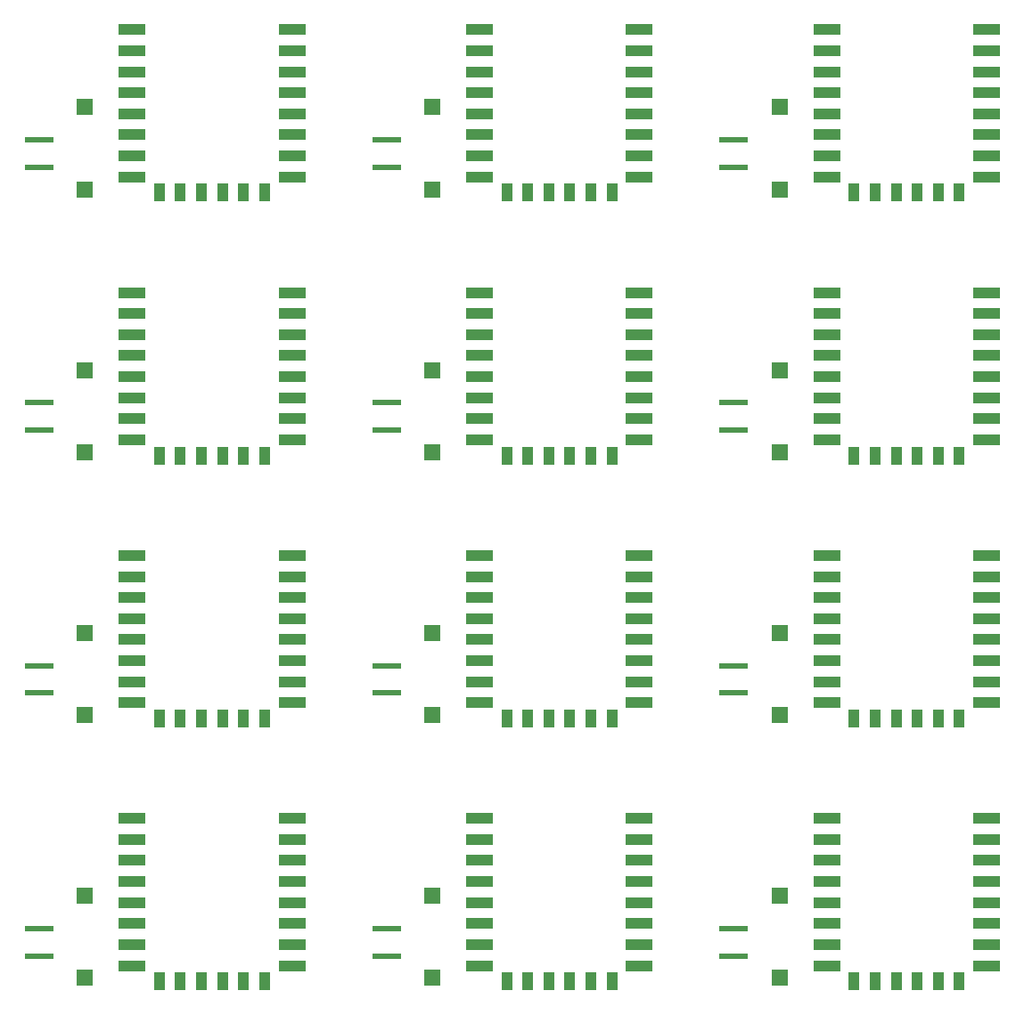
<source format=gbr>
%TF.GenerationSoftware,KiCad,Pcbnew,(5.1.9)-1*%
%TF.CreationDate,2021-08-15T14:18:07+02:00*%
%TF.ProjectId,IM350_AM550_5V_V3.0_multi,494d3335-305f-4414-9d35-35305f35565f,rev?*%
%TF.SameCoordinates,Original*%
%TF.FileFunction,Paste,Top*%
%TF.FilePolarity,Positive*%
%FSLAX46Y46*%
G04 Gerber Fmt 4.6, Leading zero omitted, Abs format (unit mm)*
G04 Created by KiCad (PCBNEW (5.1.9)-1) date 2021-08-15 14:18:07*
%MOMM*%
%LPD*%
G01*
G04 APERTURE LIST*
%ADD10R,2.500000X1.000000*%
%ADD11R,1.000000X1.800000*%
%ADD12R,2.800000X0.600000*%
%ADD13R,1.500000X1.500000*%
G04 APERTURE END LIST*
D10*
%TO.C,U2*%
X80675000Y-128725000D03*
X80675000Y-130725000D03*
X80675000Y-132725000D03*
X80675000Y-134725000D03*
X80675000Y-136725000D03*
X80675000Y-138725000D03*
X80675000Y-140725000D03*
X80675000Y-142725000D03*
D11*
X78075000Y-144225000D03*
X76075000Y-144225000D03*
X74075000Y-144225000D03*
X72075000Y-144225000D03*
X70075000Y-144225000D03*
X68075000Y-144225000D03*
D10*
X65475000Y-142725000D03*
X65475000Y-140725000D03*
X65475000Y-138725000D03*
X65475000Y-136725000D03*
X65475000Y-134725000D03*
X65475000Y-132725000D03*
X65475000Y-130725000D03*
X65475000Y-128725000D03*
%TD*%
D12*
%TO.C,J1*%
X56650000Y-139200000D03*
X56650000Y-141800000D03*
%TD*%
D13*
%TO.C,SW2*%
X94000000Y-136100000D03*
X94000000Y-143900000D03*
%TD*%
%TO.C,SW2*%
X127000000Y-143900000D03*
X127000000Y-136100000D03*
%TD*%
%TO.C,SW2*%
X61000000Y-143900000D03*
X61000000Y-136100000D03*
%TD*%
D10*
%TO.C,U2*%
X98475000Y-128725000D03*
X98475000Y-130725000D03*
X98475000Y-132725000D03*
X98475000Y-134725000D03*
X98475000Y-136725000D03*
X98475000Y-138725000D03*
X98475000Y-140725000D03*
X98475000Y-142725000D03*
D11*
X101075000Y-144225000D03*
X103075000Y-144225000D03*
X105075000Y-144225000D03*
X107075000Y-144225000D03*
X109075000Y-144225000D03*
X111075000Y-144225000D03*
D10*
X113675000Y-142725000D03*
X113675000Y-140725000D03*
X113675000Y-138725000D03*
X113675000Y-136725000D03*
X113675000Y-134725000D03*
X113675000Y-132725000D03*
X113675000Y-130725000D03*
X113675000Y-128725000D03*
%TD*%
%TO.C,U2*%
X146675000Y-128725000D03*
X146675000Y-130725000D03*
X146675000Y-132725000D03*
X146675000Y-134725000D03*
X146675000Y-136725000D03*
X146675000Y-138725000D03*
X146675000Y-140725000D03*
X146675000Y-142725000D03*
D11*
X144075000Y-144225000D03*
X142075000Y-144225000D03*
X140075000Y-144225000D03*
X138075000Y-144225000D03*
X136075000Y-144225000D03*
X134075000Y-144225000D03*
D10*
X131475000Y-142725000D03*
X131475000Y-140725000D03*
X131475000Y-138725000D03*
X131475000Y-136725000D03*
X131475000Y-134725000D03*
X131475000Y-132725000D03*
X131475000Y-130725000D03*
X131475000Y-128725000D03*
%TD*%
D12*
%TO.C,J1*%
X89650000Y-141800000D03*
X89650000Y-139200000D03*
%TD*%
%TO.C,J1*%
X122650000Y-139200000D03*
X122650000Y-141800000D03*
%TD*%
D10*
%TO.C,U2*%
X65475000Y-103725000D03*
X65475000Y-105725000D03*
X65475000Y-107725000D03*
X65475000Y-109725000D03*
X65475000Y-111725000D03*
X65475000Y-113725000D03*
X65475000Y-115725000D03*
X65475000Y-117725000D03*
D11*
X68075000Y-119225000D03*
X70075000Y-119225000D03*
X72075000Y-119225000D03*
X74075000Y-119225000D03*
X76075000Y-119225000D03*
X78075000Y-119225000D03*
D10*
X80675000Y-117725000D03*
X80675000Y-115725000D03*
X80675000Y-113725000D03*
X80675000Y-111725000D03*
X80675000Y-109725000D03*
X80675000Y-107725000D03*
X80675000Y-105725000D03*
X80675000Y-103725000D03*
%TD*%
D12*
%TO.C,J1*%
X56650000Y-116800000D03*
X56650000Y-114200000D03*
%TD*%
D13*
%TO.C,SW2*%
X127000000Y-111100000D03*
X127000000Y-118900000D03*
%TD*%
%TO.C,SW2*%
X94000000Y-118900000D03*
X94000000Y-111100000D03*
%TD*%
%TO.C,SW2*%
X61000000Y-111100000D03*
X61000000Y-118900000D03*
%TD*%
D10*
%TO.C,U2*%
X113675000Y-103725000D03*
X113675000Y-105725000D03*
X113675000Y-107725000D03*
X113675000Y-109725000D03*
X113675000Y-111725000D03*
X113675000Y-113725000D03*
X113675000Y-115725000D03*
X113675000Y-117725000D03*
D11*
X111075000Y-119225000D03*
X109075000Y-119225000D03*
X107075000Y-119225000D03*
X105075000Y-119225000D03*
X103075000Y-119225000D03*
X101075000Y-119225000D03*
D10*
X98475000Y-117725000D03*
X98475000Y-115725000D03*
X98475000Y-113725000D03*
X98475000Y-111725000D03*
X98475000Y-109725000D03*
X98475000Y-107725000D03*
X98475000Y-105725000D03*
X98475000Y-103725000D03*
%TD*%
%TO.C,U2*%
X131475000Y-103725000D03*
X131475000Y-105725000D03*
X131475000Y-107725000D03*
X131475000Y-109725000D03*
X131475000Y-111725000D03*
X131475000Y-113725000D03*
X131475000Y-115725000D03*
X131475000Y-117725000D03*
D11*
X134075000Y-119225000D03*
X136075000Y-119225000D03*
X138075000Y-119225000D03*
X140075000Y-119225000D03*
X142075000Y-119225000D03*
X144075000Y-119225000D03*
D10*
X146675000Y-117725000D03*
X146675000Y-115725000D03*
X146675000Y-113725000D03*
X146675000Y-111725000D03*
X146675000Y-109725000D03*
X146675000Y-107725000D03*
X146675000Y-105725000D03*
X146675000Y-103725000D03*
%TD*%
D12*
%TO.C,J1*%
X122650000Y-116800000D03*
X122650000Y-114200000D03*
%TD*%
%TO.C,J1*%
X89650000Y-114200000D03*
X89650000Y-116800000D03*
%TD*%
D10*
%TO.C,U2*%
X98475000Y-78725000D03*
X98475000Y-80725000D03*
X98475000Y-82725000D03*
X98475000Y-84725000D03*
X98475000Y-86725000D03*
X98475000Y-88725000D03*
X98475000Y-90725000D03*
X98475000Y-92725000D03*
D11*
X101075000Y-94225000D03*
X103075000Y-94225000D03*
X105075000Y-94225000D03*
X107075000Y-94225000D03*
X109075000Y-94225000D03*
X111075000Y-94225000D03*
D10*
X113675000Y-92725000D03*
X113675000Y-90725000D03*
X113675000Y-88725000D03*
X113675000Y-86725000D03*
X113675000Y-84725000D03*
X113675000Y-82725000D03*
X113675000Y-80725000D03*
X113675000Y-78725000D03*
%TD*%
D12*
%TO.C,J1*%
X89650000Y-91800000D03*
X89650000Y-89200000D03*
%TD*%
%TO.C,J1*%
X122650000Y-89200000D03*
X122650000Y-91800000D03*
%TD*%
D10*
%TO.C,U2*%
X146675000Y-78725000D03*
X146675000Y-80725000D03*
X146675000Y-82725000D03*
X146675000Y-84725000D03*
X146675000Y-86725000D03*
X146675000Y-88725000D03*
X146675000Y-90725000D03*
X146675000Y-92725000D03*
D11*
X144075000Y-94225000D03*
X142075000Y-94225000D03*
X140075000Y-94225000D03*
X138075000Y-94225000D03*
X136075000Y-94225000D03*
X134075000Y-94225000D03*
D10*
X131475000Y-92725000D03*
X131475000Y-90725000D03*
X131475000Y-88725000D03*
X131475000Y-86725000D03*
X131475000Y-84725000D03*
X131475000Y-82725000D03*
X131475000Y-80725000D03*
X131475000Y-78725000D03*
%TD*%
D13*
%TO.C,SW2*%
X127000000Y-93900000D03*
X127000000Y-86100000D03*
%TD*%
D12*
%TO.C,J1*%
X56650000Y-89200000D03*
X56650000Y-91800000D03*
%TD*%
D10*
%TO.C,U2*%
X80675000Y-78725000D03*
X80675000Y-80725000D03*
X80675000Y-82725000D03*
X80675000Y-84725000D03*
X80675000Y-86725000D03*
X80675000Y-88725000D03*
X80675000Y-90725000D03*
X80675000Y-92725000D03*
D11*
X78075000Y-94225000D03*
X76075000Y-94225000D03*
X74075000Y-94225000D03*
X72075000Y-94225000D03*
X70075000Y-94225000D03*
X68075000Y-94225000D03*
D10*
X65475000Y-92725000D03*
X65475000Y-90725000D03*
X65475000Y-88725000D03*
X65475000Y-86725000D03*
X65475000Y-84725000D03*
X65475000Y-82725000D03*
X65475000Y-80725000D03*
X65475000Y-78725000D03*
%TD*%
D13*
%TO.C,SW2*%
X61000000Y-93900000D03*
X61000000Y-86100000D03*
%TD*%
%TO.C,SW2*%
X94000000Y-86100000D03*
X94000000Y-93900000D03*
%TD*%
D10*
%TO.C,U2*%
X131475000Y-53725000D03*
X131475000Y-55725000D03*
X131475000Y-57725000D03*
X131475000Y-59725000D03*
X131475000Y-61725000D03*
X131475000Y-63725000D03*
X131475000Y-65725000D03*
X131475000Y-67725000D03*
D11*
X134075000Y-69225000D03*
X136075000Y-69225000D03*
X138075000Y-69225000D03*
X140075000Y-69225000D03*
X142075000Y-69225000D03*
X144075000Y-69225000D03*
D10*
X146675000Y-67725000D03*
X146675000Y-65725000D03*
X146675000Y-63725000D03*
X146675000Y-61725000D03*
X146675000Y-59725000D03*
X146675000Y-57725000D03*
X146675000Y-55725000D03*
X146675000Y-53725000D03*
%TD*%
D12*
%TO.C,J1*%
X122650000Y-66800000D03*
X122650000Y-64200000D03*
%TD*%
D13*
%TO.C,SW2*%
X127000000Y-61100000D03*
X127000000Y-68900000D03*
%TD*%
D12*
%TO.C,J1*%
X89650000Y-64200000D03*
X89650000Y-66800000D03*
%TD*%
D10*
%TO.C,U2*%
X113675000Y-53725000D03*
X113675000Y-55725000D03*
X113675000Y-57725000D03*
X113675000Y-59725000D03*
X113675000Y-61725000D03*
X113675000Y-63725000D03*
X113675000Y-65725000D03*
X113675000Y-67725000D03*
D11*
X111075000Y-69225000D03*
X109075000Y-69225000D03*
X107075000Y-69225000D03*
X105075000Y-69225000D03*
X103075000Y-69225000D03*
X101075000Y-69225000D03*
D10*
X98475000Y-67725000D03*
X98475000Y-65725000D03*
X98475000Y-63725000D03*
X98475000Y-61725000D03*
X98475000Y-59725000D03*
X98475000Y-57725000D03*
X98475000Y-55725000D03*
X98475000Y-53725000D03*
%TD*%
D13*
%TO.C,SW2*%
X94000000Y-68900000D03*
X94000000Y-61100000D03*
%TD*%
%TO.C,SW2*%
X61000000Y-61100000D03*
X61000000Y-68900000D03*
%TD*%
D12*
%TO.C,J1*%
X56650000Y-66800000D03*
X56650000Y-64200000D03*
%TD*%
D10*
%TO.C,U2*%
X65475000Y-53725000D03*
X65475000Y-55725000D03*
X65475000Y-57725000D03*
X65475000Y-59725000D03*
X65475000Y-61725000D03*
X65475000Y-63725000D03*
X65475000Y-65725000D03*
X65475000Y-67725000D03*
D11*
X68075000Y-69225000D03*
X70075000Y-69225000D03*
X72075000Y-69225000D03*
X74075000Y-69225000D03*
X76075000Y-69225000D03*
X78075000Y-69225000D03*
D10*
X80675000Y-67725000D03*
X80675000Y-65725000D03*
X80675000Y-63725000D03*
X80675000Y-61725000D03*
X80675000Y-59725000D03*
X80675000Y-57725000D03*
X80675000Y-55725000D03*
X80675000Y-53725000D03*
%TD*%
M02*

</source>
